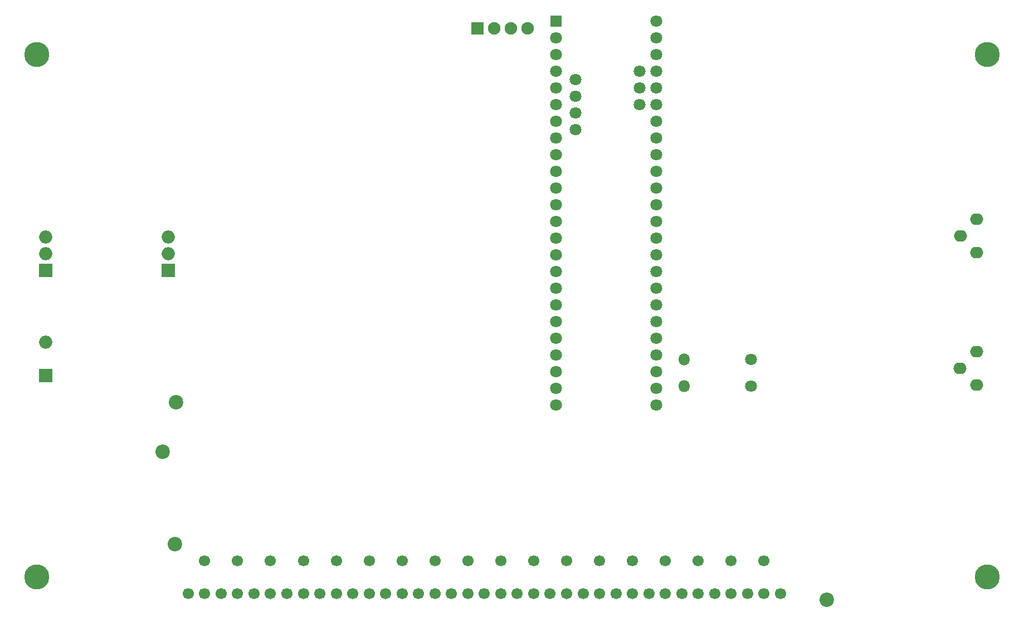
<source format=gbs>
G04 #@! TF.GenerationSoftware,KiCad,Pcbnew,5.1.6-c6e7f7d~86~ubuntu18.04.1*
G04 #@! TF.CreationDate,2020-06-20T16:23:47+10:00*
G04 #@! TF.ProjectId,X3V0_2,58335630-5f32-42e6-9b69-6361645f7063,rev?*
G04 #@! TF.SameCoordinates,Original*
G04 #@! TF.FileFunction,Soldermask,Bot*
G04 #@! TF.FilePolarity,Negative*
%FSLAX46Y46*%
G04 Gerber Fmt 4.6, Leading zero omitted, Abs format (unit mm)*
G04 Created by KiCad (PCBNEW 5.1.6-c6e7f7d~86~ubuntu18.04.1) date 2020-06-20 16:23:47*
%MOMM*%
%LPD*%
G01*
G04 APERTURE LIST*
%ADD10C,1.800000*%
%ADD11R,1.800000X1.800000*%
%ADD12C,3.800000*%
%ADD13C,1.700000*%
%ADD14C,2.200000*%
%ADD15O,2.000000X1.750000*%
%ADD16O,2.000000X2.000000*%
%ADD17R,2.000000X2.000000*%
%ADD18R,1.900000X1.900000*%
%ADD19O,1.900000X1.900000*%
%ADD20O,1.800000X1.800000*%
G04 APERTURE END LIST*
D10*
X129290000Y-57030000D03*
X129290000Y-54490000D03*
X129290000Y-59570000D03*
X129290000Y-51950000D03*
X138980000Y-55760000D03*
X138980000Y-53220000D03*
X138980000Y-50680000D03*
X126280000Y-83700000D03*
X126280000Y-86240000D03*
X126280000Y-88780000D03*
X126280000Y-91320000D03*
X126280000Y-81160000D03*
X126280000Y-78620000D03*
X126280000Y-76080000D03*
X126280000Y-93860000D03*
X126280000Y-96400000D03*
X126280000Y-98940000D03*
X126280000Y-101480000D03*
X141520000Y-101480000D03*
X141520000Y-98940000D03*
X141520000Y-96400000D03*
X141520000Y-93860000D03*
X141520000Y-91320000D03*
X141520000Y-88780000D03*
X141520000Y-86240000D03*
X141520000Y-83700000D03*
X126280000Y-73540000D03*
X126280000Y-71000000D03*
X126280000Y-68460000D03*
X126280000Y-65920000D03*
X126280000Y-63380000D03*
X126280000Y-60840000D03*
X126280000Y-58300000D03*
X126280000Y-55760000D03*
X126280000Y-53220000D03*
X126280000Y-50680000D03*
X126280000Y-48140000D03*
X126280000Y-45600000D03*
D11*
X126280000Y-43060000D03*
D10*
X141520000Y-81160000D03*
X141520000Y-78620000D03*
X141520000Y-76080000D03*
X141520000Y-73540000D03*
X141520000Y-71000000D03*
X141520000Y-68460000D03*
X141520000Y-65920000D03*
X141520000Y-63380000D03*
X141520000Y-60840000D03*
X141520000Y-58300000D03*
X141520000Y-55760000D03*
X141520000Y-53220000D03*
X141520000Y-50680000D03*
X141520000Y-48140000D03*
X141520000Y-45600000D03*
X141520000Y-43060000D03*
D12*
X191825000Y-48185000D03*
X47425000Y-48185000D03*
D13*
X157925000Y-125185000D03*
X152925000Y-125185000D03*
X147925000Y-125185000D03*
X142925000Y-125185000D03*
X137925000Y-125185000D03*
X132925000Y-125185000D03*
X127925000Y-125185000D03*
X122925000Y-125185000D03*
X117925000Y-125185000D03*
X112925000Y-125185000D03*
X107925000Y-125185000D03*
X102925000Y-125185000D03*
X97925000Y-125185000D03*
X92925000Y-125185000D03*
X87925000Y-125185000D03*
X82925000Y-125185000D03*
X77925000Y-125185000D03*
X72925000Y-125185000D03*
X160425000Y-130185000D03*
X157925000Y-130185000D03*
X155425000Y-130185000D03*
X152925000Y-130185000D03*
X150425000Y-130185000D03*
X147925000Y-130185000D03*
X145425000Y-130185000D03*
X142925000Y-130185000D03*
X140425000Y-130185000D03*
X137925000Y-130185000D03*
X135425000Y-130185000D03*
X132925000Y-130185000D03*
X130425000Y-130185000D03*
X127925000Y-130185000D03*
X125425000Y-130185000D03*
X122925000Y-130185000D03*
X120425000Y-130185000D03*
X117925000Y-130185000D03*
X115425000Y-130185000D03*
X112925000Y-130185000D03*
X110425000Y-130185000D03*
X107925000Y-130185000D03*
X105425000Y-130185000D03*
X102925000Y-130185000D03*
X100425000Y-130185000D03*
X97925000Y-130185000D03*
X95425000Y-130185000D03*
X92925000Y-130185000D03*
X90425000Y-130185000D03*
X87925000Y-130185000D03*
X85425000Y-130185000D03*
X82925000Y-130185000D03*
X80425000Y-130185000D03*
X77925000Y-130185000D03*
X75425000Y-130185000D03*
X72925000Y-130185000D03*
X70425000Y-130185000D03*
D12*
X47425000Y-127685000D03*
X191825000Y-127685000D03*
D14*
X68425000Y-122685000D03*
X167425000Y-131185000D03*
D15*
X190220000Y-93360000D03*
X187720000Y-95900000D03*
X190220000Y-98440000D03*
X190250000Y-73200000D03*
X187750000Y-75740000D03*
X190250000Y-78280000D03*
D14*
X68540000Y-101125000D03*
X66540000Y-108625000D03*
D16*
X48730000Y-91970000D03*
D17*
X48730000Y-97050000D03*
D16*
X48730000Y-75970000D03*
X48730000Y-78510000D03*
D17*
X48730000Y-81050000D03*
X67360000Y-81050000D03*
D16*
X67360000Y-78510000D03*
X67360000Y-75970000D03*
D18*
X114410000Y-44190000D03*
D19*
X116950000Y-44190000D03*
X119490000Y-44190000D03*
X122030000Y-44190000D03*
D10*
X155920000Y-98660000D03*
D20*
X145760000Y-98660000D03*
X145795000Y-94555000D03*
D10*
X155955000Y-94555000D03*
M02*

</source>
